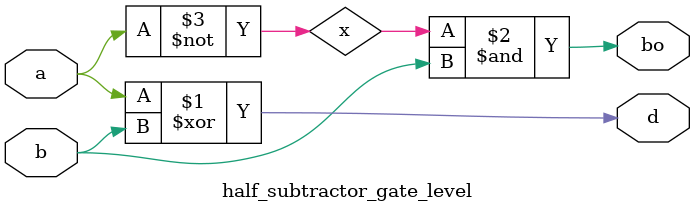
<source format=v>
`timescale 10ns/10ps

module half_subtractor_gate_level(a, b, d,bo);

input a, b;

output d, bo;

wire x;

xor u1(d,a,b);

not u3(x,a);

and u2(bo,x,b);



endmodule
</source>
